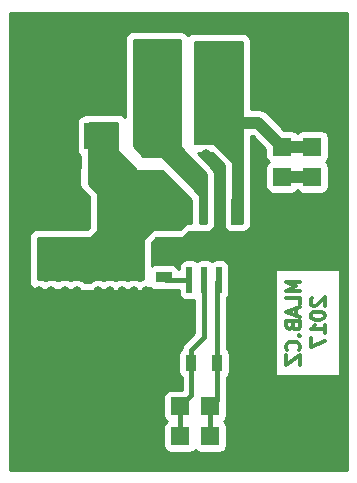
<source format=gbr>
G04 #@! TF.FileFunction,Copper,L2,Bot,Signal*
%FSLAX46Y46*%
G04 Gerber Fmt 4.6, Leading zero omitted, Abs format (unit mm)*
G04 Created by KiCad (PCBNEW (2016-09-17 revision 679eef1)-makepkg) date 01/31/17 07:00:59*
%MOMM*%
%LPD*%
G01*
G04 APERTURE LIST*
%ADD10C,1.300000*%
%ADD11C,0.300000*%
%ADD12C,0.450000*%
%ADD13R,1.397000X0.889000*%
%ADD14R,2.550160X2.499360*%
%ADD15R,2.499360X2.301240*%
%ADD16R,3.810000X3.810000*%
%ADD17R,1.524000X1.524000*%
%ADD18C,6.000000*%
%ADD19C,1.300000*%
%ADD20R,1.300000X1.300000*%
%ADD21R,0.889000X1.397000*%
%ADD22C,0.800000*%
%ADD23C,0.250000*%
%ADD24C,0.400000*%
%ADD25C,1.000000*%
%ADD26C,0.254000*%
G04 APERTURE END LIST*
D10*
D11*
X25527857Y16919142D02*
X24327857Y16919142D01*
X25185000Y16519142D01*
X24327857Y16119142D01*
X25527857Y16119142D01*
X25527857Y14976285D02*
X25527857Y15547714D01*
X24327857Y15547714D01*
X25185000Y14633428D02*
X25185000Y14062000D01*
X25527857Y14747714D02*
X24327857Y14347714D01*
X25527857Y13947714D01*
X24899285Y13147714D02*
X24956428Y12976285D01*
X25013571Y12919142D01*
X25127857Y12862000D01*
X25299285Y12862000D01*
X25413571Y12919142D01*
X25470714Y12976285D01*
X25527857Y13090571D01*
X25527857Y13547714D01*
X24327857Y13547714D01*
X24327857Y13147714D01*
X24385000Y13033428D01*
X24442142Y12976285D01*
X24556428Y12919142D01*
X24670714Y12919142D01*
X24785000Y12976285D01*
X24842142Y13033428D01*
X24899285Y13147714D01*
X24899285Y13547714D01*
X25413571Y12347714D02*
X25470714Y12290571D01*
X25527857Y12347714D01*
X25470714Y12404857D01*
X25413571Y12347714D01*
X25527857Y12347714D01*
X25413571Y11090571D02*
X25470714Y11147714D01*
X25527857Y11319142D01*
X25527857Y11433428D01*
X25470714Y11604857D01*
X25356428Y11719142D01*
X25242142Y11776285D01*
X25013571Y11833428D01*
X24842142Y11833428D01*
X24613571Y11776285D01*
X24499285Y11719142D01*
X24385000Y11604857D01*
X24327857Y11433428D01*
X24327857Y11319142D01*
X24385000Y11147714D01*
X24442142Y11090571D01*
X24327857Y10690571D02*
X24327857Y9890571D01*
X25527857Y10690571D01*
X25527857Y9890571D01*
X26542142Y15519142D02*
X26485000Y15462000D01*
X26427857Y15347714D01*
X26427857Y15062000D01*
X26485000Y14947714D01*
X26542142Y14890571D01*
X26656428Y14833428D01*
X26770714Y14833428D01*
X26942142Y14890571D01*
X27627857Y15576285D01*
X27627857Y14833428D01*
X26427857Y14090571D02*
X26427857Y13976285D01*
X26485000Y13862000D01*
X26542142Y13804857D01*
X26656428Y13747714D01*
X26885000Y13690571D01*
X27170714Y13690571D01*
X27399285Y13747714D01*
X27513571Y13804857D01*
X27570714Y13862000D01*
X27627857Y13976285D01*
X27627857Y14090571D01*
X27570714Y14204857D01*
X27513571Y14262000D01*
X27399285Y14319142D01*
X27170714Y14376285D01*
X26885000Y14376285D01*
X26656428Y14319142D01*
X26542142Y14262000D01*
X26485000Y14204857D01*
X26427857Y14090571D01*
X27627857Y12547714D02*
X27627857Y13233428D01*
X27627857Y12890571D02*
X26427857Y12890571D01*
X26599285Y13004857D01*
X26713571Y13119142D01*
X26770714Y13233428D01*
X26427857Y12147714D02*
X26427857Y11347714D01*
X27627857Y11862000D01*
D12*
X19334000Y20589000D03*
X19334000Y19289000D03*
X16734000Y19289000D03*
X16734000Y20589000D03*
X18034000Y20589000D03*
X18034000Y19289000D03*
D10*
G36*
X19584000Y21139000D02*
X19584000Y18739000D01*
X16484000Y18739000D01*
X16484000Y21139000D01*
X19584000Y21139000D01*
X19584000Y21139000D01*
G37*
G36*
X20164000Y23889000D02*
X20164000Y21739000D01*
X19714000Y21739000D01*
X19714000Y23889000D01*
X20164000Y23889000D01*
X20164000Y23889000D01*
G37*
G36*
X18894000Y23889000D02*
X18894000Y21739000D01*
X18444000Y21739000D01*
X18444000Y23889000D01*
X18894000Y23889000D01*
X18894000Y23889000D01*
G37*
G36*
X17624000Y23889000D02*
X17624000Y21739000D01*
X17174000Y21739000D01*
X17174000Y23889000D01*
X17624000Y23889000D01*
X17624000Y23889000D01*
G37*
G36*
X16354000Y23889000D02*
X16354000Y21739000D01*
X15904000Y21739000D01*
X15904000Y23889000D01*
X16354000Y23889000D01*
X16354000Y23889000D01*
G37*
G36*
X16354000Y18139000D02*
X16354000Y15989000D01*
X15904000Y15989000D01*
X15904000Y18139000D01*
X16354000Y18139000D01*
X16354000Y18139000D01*
G37*
G36*
X17624000Y18139000D02*
X17624000Y15989000D01*
X17174000Y15989000D01*
X17174000Y18139000D01*
X17624000Y18139000D01*
X17624000Y18139000D01*
G37*
G36*
X18894000Y18139000D02*
X18894000Y15989000D01*
X18444000Y15989000D01*
X18444000Y18139000D01*
X18894000Y18139000D01*
X18894000Y18139000D01*
G37*
G36*
X20164000Y18139000D02*
X20164000Y15989000D01*
X19714000Y15989000D01*
X19714000Y18139000D01*
X20164000Y18139000D01*
X20164000Y18139000D01*
G37*
D13*
X13970000Y21780500D03*
X13970000Y19875500D03*
D14*
X5730240Y23749000D03*
X10779760Y23749000D03*
D15*
X4201160Y29210000D03*
X8498840Y29210000D03*
D16*
X5160000Y18796000D03*
X10160000Y18796000D03*
X10160000Y13716000D03*
X5160000Y13716000D03*
D17*
X15367000Y3810000D03*
X15367000Y6350000D03*
X17907000Y6350000D03*
X17907000Y3810000D03*
X12827000Y3810000D03*
X12827000Y6350000D03*
D16*
X13335000Y30353000D03*
X13335000Y35353000D03*
X18415000Y35353000D03*
X18415000Y30353000D03*
D18*
X5080000Y5080000D03*
X25400000Y5080000D03*
X25400000Y35560000D03*
X5080000Y35560000D03*
D13*
X13970000Y15367000D03*
X13970000Y17272000D03*
D19*
X5628000Y25781000D03*
D20*
X8128000Y25781000D03*
D17*
X26543000Y25781000D03*
X24003000Y25781000D03*
X24003000Y28321000D03*
X26543000Y28321000D03*
D21*
X16319500Y10033000D03*
X14414500Y10033000D03*
X20383500Y10033000D03*
X18478500Y10033000D03*
D22*
X22987000Y17272000D03*
X22860000Y18288000D03*
X22606000Y19050000D03*
X22606000Y20193000D03*
X22479000Y21209000D03*
X21971000Y22098000D03*
X21971000Y17018000D03*
X21844000Y18161000D03*
X20954995Y18034005D03*
X21590000Y20066000D03*
X21590004Y19050000D03*
X20574008Y18923000D03*
X20574000Y19811998D03*
X21463000Y21082000D03*
X20574000Y20701000D03*
X20955000Y17018000D03*
X17526000Y27686000D03*
X18161000Y27051000D03*
X18669000Y26289000D03*
X18669000Y25400000D03*
X18669000Y24511000D03*
X2286000Y31242000D03*
X15621000Y20066000D03*
X15621000Y19177000D03*
X14478000Y18796000D03*
X13462000Y18796000D03*
X8128000Y11049000D03*
X9271000Y11049000D03*
X10414000Y11049000D03*
X11557000Y11049000D03*
X12573000Y11811000D03*
X12573000Y12954000D03*
X12573000Y14097000D03*
X12573000Y15113000D03*
X12446000Y16129000D03*
X11430000Y16129000D03*
X10414000Y16129000D03*
X9398000Y16129000D03*
X8382000Y16129000D03*
X7239000Y24003000D03*
X7239000Y22987000D03*
X3429000Y16129000D03*
X4445000Y16129000D03*
X5588000Y16129000D03*
X6604000Y16129000D03*
X7620000Y15367000D03*
X7620000Y14351000D03*
X7620000Y13335000D03*
X7620000Y12319000D03*
X6985000Y10922000D03*
X5715000Y10922000D03*
X4572000Y10922000D03*
X3429000Y10922000D03*
X2540000Y11557000D03*
X2540000Y12573000D03*
X2540000Y13589000D03*
X2540000Y14732000D03*
X2540000Y15875000D03*
X7239000Y21844000D03*
X6096000Y21844000D03*
X4826000Y21844000D03*
X3810000Y21971000D03*
X3556000Y23368000D03*
X3556000Y24384000D03*
X3556000Y25400000D03*
X4191000Y26289000D03*
X5334000Y27305000D03*
X4318000Y27305000D03*
X3175000Y26924000D03*
X2159000Y26924000D03*
X2159000Y27940000D03*
X2159000Y29083000D03*
X2159000Y30099000D03*
X3683000Y31242000D03*
X4953000Y31242000D03*
X6223000Y31242000D03*
X6223000Y30226000D03*
X6223000Y29210000D03*
X6350000Y28194000D03*
X6350000Y27178000D03*
D23*
X22860000Y18288000D02*
X22860000Y17399000D01*
X22860000Y17399000D02*
X22987000Y17272000D01*
X22606000Y20193000D02*
X22606000Y19050000D01*
X21971000Y22098000D02*
X21971000Y21717000D01*
X21971000Y21717000D02*
X22479000Y21209000D01*
D24*
X21590004Y18414996D02*
X21844000Y18161000D01*
X21590004Y19050000D02*
X21590004Y18414996D01*
X20955000Y17018000D02*
X20955000Y18034000D01*
X20955000Y18034000D02*
X20954995Y18034005D01*
X21590004Y20065996D02*
X21590000Y20066000D01*
X21590004Y19050000D02*
X21590004Y20065996D01*
X21590000Y19049996D02*
X21590004Y19050000D01*
X21590000Y18542000D02*
X21590000Y19049996D01*
X21139693Y18923000D02*
X20574008Y18923000D01*
X21209000Y18923000D02*
X21139693Y18923000D01*
X21590000Y18542000D02*
X21209000Y18923000D01*
X20008315Y19811998D02*
X20574000Y19811998D01*
X19856998Y19811998D02*
X20008315Y19811998D01*
X19334000Y19289000D02*
X19856998Y19811998D01*
X20701000Y20574000D02*
X20955000Y20574000D01*
X21444001Y21100999D02*
X21463000Y21082000D01*
X20955000Y20574000D02*
X21063001Y20682001D01*
X20574000Y20701000D02*
X20973999Y21100999D01*
X21063001Y20682001D02*
X21463000Y21082000D01*
X20973999Y21100999D02*
X21444001Y21100999D01*
X21463000Y18415000D02*
X21590000Y18542000D01*
X18161000Y27051000D02*
X17526000Y27686000D01*
X18669000Y25400000D02*
X18669000Y26289000D01*
X18669000Y22814000D02*
X18669000Y24511000D01*
X3683000Y31242000D02*
X2286000Y31242000D01*
X14478000Y18796000D02*
X15240000Y18796000D01*
X15240000Y18796000D02*
X15621000Y19177000D01*
X13970000Y19875500D02*
X13970000Y19304000D01*
X13970000Y19304000D02*
X13462000Y18796000D01*
X10414000Y11049000D02*
X9271000Y11049000D01*
X12573000Y11811000D02*
X12319000Y11811000D01*
X12319000Y11811000D02*
X11557000Y11049000D01*
X12573000Y14097000D02*
X12573000Y12954000D01*
X12446000Y16129000D02*
X12446000Y15240000D01*
X12446000Y15240000D02*
X12573000Y15113000D01*
X10414000Y16129000D02*
X11430000Y16129000D01*
X8382000Y16129000D02*
X9398000Y16129000D01*
X7239000Y22987000D02*
X7239000Y24003000D01*
X4445000Y16129000D02*
X3429000Y16129000D01*
X6604000Y16129000D02*
X5588000Y16129000D01*
X7620000Y14351000D02*
X7620000Y15367000D01*
X7620000Y12319000D02*
X7620000Y13335000D01*
X5715000Y10922000D02*
X6985000Y10922000D01*
X3429000Y10922000D02*
X4572000Y10922000D01*
X2540000Y12573000D02*
X2540000Y11557000D01*
X2540000Y14732000D02*
X2540000Y13589000D01*
X2540000Y14031000D02*
X2540000Y14732000D01*
X2540000Y14732000D02*
X2540000Y15875000D01*
X5160000Y13716000D02*
X2855000Y13716000D01*
X2855000Y13716000D02*
X2540000Y14031000D01*
X4826000Y21844000D02*
X6096000Y21844000D01*
X3556000Y23368000D02*
X3556000Y22225000D01*
X3556000Y22225000D02*
X3810000Y21971000D01*
X3556000Y25400000D02*
X3556000Y24384000D01*
X5334000Y27305000D02*
X5207000Y27305000D01*
X5207000Y27305000D02*
X4191000Y26289000D01*
X3175000Y26924000D02*
X3937000Y26924000D01*
X3937000Y26924000D02*
X4318000Y27305000D01*
X2159000Y27940000D02*
X2159000Y26924000D01*
X2159000Y30099000D02*
X2159000Y29083000D01*
X6223000Y31242000D02*
X4953000Y31242000D01*
X6223000Y29210000D02*
X6223000Y30226000D01*
X6350000Y27178000D02*
X6350000Y28194000D01*
X15367000Y6350000D02*
X15367000Y3810000D01*
X16319500Y10033000D02*
X16319500Y7302500D01*
X16319500Y7302500D02*
X15367000Y6350000D01*
X16319500Y10033000D02*
X16319500Y11131500D01*
X16319500Y11131500D02*
X17399000Y12211000D01*
X17399000Y12211000D02*
X17399000Y15889000D01*
X17399000Y15889000D02*
X17399000Y17064000D01*
X17907000Y6350000D02*
X17907000Y3810000D01*
X18478500Y10033000D02*
X18478500Y16873500D01*
X18478500Y16873500D02*
X18669000Y17064000D01*
X18478500Y10033000D02*
X18478500Y6921500D01*
X18478500Y6921500D02*
X17907000Y6350000D01*
D25*
X24003000Y25781000D02*
X26543000Y25781000D01*
X18415000Y30353000D02*
X21971000Y30353000D01*
X21971000Y30353000D02*
X24003000Y28321000D01*
X24003000Y28321000D02*
X26543000Y28321000D01*
D24*
X16129000Y17064000D02*
X14178000Y17064000D01*
X14178000Y17064000D02*
X13970000Y17272000D01*
D26*
G36*
X20574000Y21844000D02*
X19812000Y21844000D01*
X19812000Y27051000D01*
X19802333Y27099601D01*
X19774803Y27140803D01*
X16637000Y30278606D01*
X16637000Y37211000D01*
X20574000Y37211000D01*
X20574000Y21844000D01*
X20574000Y21844000D01*
G37*
X20574000Y21844000D02*
X19812000Y21844000D01*
X19812000Y27051000D01*
X19802333Y27099601D01*
X19774803Y27140803D01*
X16637000Y30278606D01*
X16637000Y37211000D01*
X20574000Y37211000D01*
X20574000Y21844000D01*
G36*
X15367000Y28321000D02*
X15376667Y28272399D01*
X15401669Y28233799D01*
X17526000Y25984507D01*
X17526000Y21844000D01*
X17018000Y21844000D01*
X17018000Y24257000D01*
X17008333Y24305601D01*
X16980803Y24346803D01*
X13805803Y27521803D01*
X13764601Y27549333D01*
X13716000Y27559000D01*
X12244606Y27559000D01*
X11430000Y28373606D01*
X11430000Y37338000D01*
X15367000Y37338000D01*
X15367000Y28321000D01*
X15367000Y28321000D01*
G37*
X15367000Y28321000D02*
X15376667Y28272399D01*
X15401669Y28233799D01*
X17526000Y25984507D01*
X17526000Y21844000D01*
X17018000Y21844000D01*
X17018000Y24257000D01*
X17008333Y24305601D01*
X16980803Y24346803D01*
X13805803Y27521803D01*
X13764601Y27549333D01*
X13716000Y27559000D01*
X12244606Y27559000D01*
X11430000Y28373606D01*
X11430000Y37338000D01*
X15367000Y37338000D01*
X15367000Y28321000D01*
G36*
X10033000Y27940000D02*
X10042667Y27891399D01*
X10070197Y27850197D01*
X11594197Y26326197D01*
X11635399Y26298667D01*
X11684000Y26289000D01*
X13790394Y26289000D01*
X16256000Y23823394D01*
X16256000Y21844000D01*
X15875000Y21844000D01*
X15826399Y21834333D01*
X15785197Y21806803D01*
X15314394Y21336000D01*
X13081000Y21336000D01*
X13032399Y21326333D01*
X12991197Y21298803D01*
X12229197Y20536803D01*
X12201667Y20495601D01*
X12192000Y20447000D01*
X12192000Y17143921D01*
X11937724Y17038856D01*
X11636777Y17163820D01*
X11225029Y17164179D01*
X10921724Y17038856D01*
X10620777Y17163820D01*
X10209029Y17164179D01*
X9905724Y17038856D01*
X9604777Y17163820D01*
X9193029Y17164179D01*
X8889724Y17038856D01*
X8588777Y17163820D01*
X8177029Y17164179D01*
X7796485Y17006942D01*
X7694419Y16905054D01*
X7281429Y16915379D01*
X7191046Y17005919D01*
X6810777Y17163820D01*
X6399029Y17164179D01*
X6095724Y17038856D01*
X5794777Y17163820D01*
X5383029Y17164179D01*
X5016067Y17012554D01*
X4651777Y17163820D01*
X4240029Y17164179D01*
X3936724Y17038856D01*
X3635777Y17163820D01*
X3302000Y17164111D01*
X3302000Y20574000D01*
X7747000Y20574000D01*
X7795601Y20583667D01*
X7836803Y20611197D01*
X8344803Y21119197D01*
X8372333Y21160399D01*
X8382000Y21209000D01*
X8382000Y24384000D01*
X8372333Y24432601D01*
X8344803Y24473803D01*
X7620000Y25198606D01*
X7620000Y30353000D01*
X10033000Y30353000D01*
X10033000Y27940000D01*
X10033000Y27940000D01*
G37*
X10033000Y27940000D02*
X10042667Y27891399D01*
X10070197Y27850197D01*
X11594197Y26326197D01*
X11635399Y26298667D01*
X11684000Y26289000D01*
X13790394Y26289000D01*
X16256000Y23823394D01*
X16256000Y21844000D01*
X15875000Y21844000D01*
X15826399Y21834333D01*
X15785197Y21806803D01*
X15314394Y21336000D01*
X13081000Y21336000D01*
X13032399Y21326333D01*
X12991197Y21298803D01*
X12229197Y20536803D01*
X12201667Y20495601D01*
X12192000Y20447000D01*
X12192000Y17143921D01*
X11937724Y17038856D01*
X11636777Y17163820D01*
X11225029Y17164179D01*
X10921724Y17038856D01*
X10620777Y17163820D01*
X10209029Y17164179D01*
X9905724Y17038856D01*
X9604777Y17163820D01*
X9193029Y17164179D01*
X8889724Y17038856D01*
X8588777Y17163820D01*
X8177029Y17164179D01*
X7796485Y17006942D01*
X7694419Y16905054D01*
X7281429Y16915379D01*
X7191046Y17005919D01*
X6810777Y17163820D01*
X6399029Y17164179D01*
X6095724Y17038856D01*
X5794777Y17163820D01*
X5383029Y17164179D01*
X5016067Y17012554D01*
X4651777Y17163820D01*
X4240029Y17164179D01*
X3936724Y17038856D01*
X3635777Y17163820D01*
X3302000Y17164111D01*
X3302000Y20574000D01*
X7747000Y20574000D01*
X7795601Y20583667D01*
X7836803Y20611197D01*
X8344803Y21119197D01*
X8372333Y21160399D01*
X8382000Y21209000D01*
X8382000Y24384000D01*
X8372333Y24432601D01*
X8344803Y24473803D01*
X7620000Y25198606D01*
X7620000Y30353000D01*
X10033000Y30353000D01*
X10033000Y27940000D01*
G36*
X29516000Y964000D02*
X964000Y964000D01*
X964000Y20701000D01*
X2540000Y20701000D01*
X2540000Y16891000D01*
X2582447Y16662734D01*
X2714906Y16453349D01*
X2917410Y16310593D01*
X3159130Y16256198D01*
X3196112Y16255273D01*
X3255000Y16243560D01*
X3664650Y16243560D01*
X8239130Y16129198D01*
X8255000Y16129000D01*
X12319000Y16129000D01*
X12562004Y16177336D01*
X12768013Y16314987D01*
X12809128Y16376520D01*
X12813691Y16369691D01*
X13023735Y16229343D01*
X13271500Y16180060D01*
X14668500Y16180060D01*
X14914541Y16229000D01*
X15256560Y16229000D01*
X15256560Y15989000D01*
X15305843Y15741235D01*
X15446191Y15531191D01*
X15656235Y15390843D01*
X15904000Y15341560D01*
X16354000Y15341560D01*
X16564000Y15383331D01*
X16564000Y12556868D01*
X15729066Y11721934D01*
X15548061Y11451041D01*
X15508079Y11250039D01*
X15417191Y11189309D01*
X15276843Y10979265D01*
X15227560Y10731500D01*
X15227560Y9334500D01*
X15276843Y9086735D01*
X15417191Y8876691D01*
X15484500Y8831716D01*
X15484500Y7759440D01*
X14605000Y7759440D01*
X14357235Y7710157D01*
X14147191Y7569809D01*
X14006843Y7359765D01*
X13957560Y7112000D01*
X13957560Y5588000D01*
X14006843Y5340235D01*
X14147191Y5130191D01*
X14222307Y5080000D01*
X14147191Y5029809D01*
X14006843Y4819765D01*
X13957560Y4572000D01*
X13957560Y3048000D01*
X14006843Y2800235D01*
X14147191Y2590191D01*
X14357235Y2449843D01*
X14605000Y2400560D01*
X16129000Y2400560D01*
X16376765Y2449843D01*
X16586809Y2590191D01*
X16637000Y2665307D01*
X16687191Y2590191D01*
X16897235Y2449843D01*
X17145000Y2400560D01*
X18669000Y2400560D01*
X18916765Y2449843D01*
X19126809Y2590191D01*
X19267157Y2800235D01*
X19316440Y3048000D01*
X19316440Y4572000D01*
X19267157Y4819765D01*
X19126809Y5029809D01*
X19051693Y5080000D01*
X19126809Y5130191D01*
X19267157Y5340235D01*
X19316440Y5588000D01*
X19316440Y7112000D01*
X19313500Y7126781D01*
X19313500Y8831716D01*
X19380809Y8876691D01*
X19521157Y9086735D01*
X19570440Y9334500D01*
X19570440Y10731500D01*
X19521157Y10979265D01*
X19380809Y11189309D01*
X19313500Y11234284D01*
X19313500Y15505594D01*
X19351809Y15531191D01*
X19492157Y15741235D01*
X19541440Y15989000D01*
X19541440Y17989857D01*
X23411000Y17989857D01*
X23411000Y8934143D01*
X28881000Y8934143D01*
X28881000Y17989857D01*
X23411000Y17989857D01*
X19541440Y17989857D01*
X19541440Y18139000D01*
X19492157Y18386765D01*
X19351809Y18596809D01*
X19141765Y18737157D01*
X18894000Y18786440D01*
X18444000Y18786440D01*
X18196235Y18737157D01*
X18034000Y18628754D01*
X17871765Y18737157D01*
X17624000Y18786440D01*
X17174000Y18786440D01*
X16926235Y18737157D01*
X16764000Y18628754D01*
X16601765Y18737157D01*
X16354000Y18786440D01*
X15904000Y18786440D01*
X15656235Y18737157D01*
X15446191Y18596809D01*
X15305843Y18386765D01*
X15256560Y18139000D01*
X15256560Y17979376D01*
X15126309Y18174309D01*
X14916265Y18314657D01*
X14668500Y18363940D01*
X13271500Y18363940D01*
X13023735Y18314657D01*
X12954000Y18268061D01*
X12954000Y20183974D01*
X13344026Y20574000D01*
X15367000Y20574000D01*
X15610004Y20622336D01*
X15816013Y20759987D01*
X16138026Y21082000D01*
X16383000Y21082000D01*
X16626004Y21130336D01*
X16637000Y21137683D01*
X16647996Y21130336D01*
X16891000Y21082000D01*
X17653000Y21082000D01*
X17896004Y21130336D01*
X18102013Y21267987D01*
X18239664Y21473996D01*
X18288000Y21717000D01*
X18288000Y26035000D01*
X18246364Y26261150D01*
X18114653Y26471006D01*
X16858963Y27800560D01*
X18037414Y27800560D01*
X19050000Y26787974D01*
X19050000Y21717000D01*
X19098336Y21473996D01*
X19235987Y21267987D01*
X19441996Y21130336D01*
X19685000Y21082000D01*
X20701000Y21082000D01*
X20944004Y21130336D01*
X21150013Y21267987D01*
X21287664Y21473996D01*
X21336000Y21717000D01*
X21336000Y29218000D01*
X21500868Y29218000D01*
X22593560Y28125308D01*
X22593560Y27559000D01*
X22642843Y27311235D01*
X22783191Y27101191D01*
X22858307Y27051000D01*
X22783191Y27000809D01*
X22642843Y26790765D01*
X22593560Y26543000D01*
X22593560Y25019000D01*
X22642843Y24771235D01*
X22783191Y24561191D01*
X22993235Y24420843D01*
X23241000Y24371560D01*
X24765000Y24371560D01*
X25012765Y24420843D01*
X25222809Y24561191D01*
X25273000Y24636307D01*
X25323191Y24561191D01*
X25533235Y24420843D01*
X25781000Y24371560D01*
X27305000Y24371560D01*
X27552765Y24420843D01*
X27762809Y24561191D01*
X27903157Y24771235D01*
X27952440Y25019000D01*
X27952440Y26543000D01*
X27903157Y26790765D01*
X27762809Y27000809D01*
X27687693Y27051000D01*
X27762809Y27101191D01*
X27903157Y27311235D01*
X27952440Y27559000D01*
X27952440Y29083000D01*
X27903157Y29330765D01*
X27762809Y29540809D01*
X27552765Y29681157D01*
X27305000Y29730440D01*
X25781000Y29730440D01*
X25533235Y29681157D01*
X25323191Y29540809D01*
X25273000Y29465693D01*
X25222809Y29540809D01*
X25012765Y29681157D01*
X24765000Y29730440D01*
X24198692Y29730440D01*
X22773566Y31155566D01*
X22405346Y31401603D01*
X21971000Y31488000D01*
X21336000Y31488000D01*
X21336000Y37338000D01*
X21287664Y37581004D01*
X21150013Y37787013D01*
X20944004Y37924664D01*
X20701000Y37973000D01*
X16510000Y37973000D01*
X16266996Y37924664D01*
X16060987Y37787013D01*
X16044429Y37762233D01*
X15943013Y37914013D01*
X15737004Y38051664D01*
X15494000Y38100000D01*
X11303000Y38100000D01*
X11059996Y38051664D01*
X10853987Y37914013D01*
X10716336Y37708004D01*
X10668000Y37465000D01*
X10668000Y30840733D01*
X10609013Y30929013D01*
X10403004Y31066664D01*
X10160000Y31115000D01*
X7493000Y31115000D01*
X7249996Y31066664D01*
X7125467Y30983456D01*
X7001395Y30958777D01*
X6791351Y30818429D01*
X6651003Y30608385D01*
X6601720Y30360620D01*
X6601720Y28059380D01*
X6651003Y27811615D01*
X6791351Y27601571D01*
X6858000Y27557037D01*
X6858000Y26568952D01*
X6830560Y26431000D01*
X6830560Y25131000D01*
X6879843Y24883235D01*
X7020191Y24673191D01*
X7163620Y24577354D01*
X7620000Y24120974D01*
X7620000Y21472026D01*
X7483974Y21336000D01*
X7127541Y21336000D01*
X7065000Y21348440D01*
X3255000Y21348440D01*
X3192459Y21336000D01*
X3175000Y21336000D01*
X2931996Y21287664D01*
X2725987Y21150013D01*
X2588336Y20944004D01*
X2540000Y20701000D01*
X964000Y20701000D01*
X964000Y39676000D01*
X29516000Y39676000D01*
X29516000Y964000D01*
X29516000Y964000D01*
G37*
X29516000Y964000D02*
X964000Y964000D01*
X964000Y20701000D01*
X2540000Y20701000D01*
X2540000Y16891000D01*
X2582447Y16662734D01*
X2714906Y16453349D01*
X2917410Y16310593D01*
X3159130Y16256198D01*
X3196112Y16255273D01*
X3255000Y16243560D01*
X3664650Y16243560D01*
X8239130Y16129198D01*
X8255000Y16129000D01*
X12319000Y16129000D01*
X12562004Y16177336D01*
X12768013Y16314987D01*
X12809128Y16376520D01*
X12813691Y16369691D01*
X13023735Y16229343D01*
X13271500Y16180060D01*
X14668500Y16180060D01*
X14914541Y16229000D01*
X15256560Y16229000D01*
X15256560Y15989000D01*
X15305843Y15741235D01*
X15446191Y15531191D01*
X15656235Y15390843D01*
X15904000Y15341560D01*
X16354000Y15341560D01*
X16564000Y15383331D01*
X16564000Y12556868D01*
X15729066Y11721934D01*
X15548061Y11451041D01*
X15508079Y11250039D01*
X15417191Y11189309D01*
X15276843Y10979265D01*
X15227560Y10731500D01*
X15227560Y9334500D01*
X15276843Y9086735D01*
X15417191Y8876691D01*
X15484500Y8831716D01*
X15484500Y7759440D01*
X14605000Y7759440D01*
X14357235Y7710157D01*
X14147191Y7569809D01*
X14006843Y7359765D01*
X13957560Y7112000D01*
X13957560Y5588000D01*
X14006843Y5340235D01*
X14147191Y5130191D01*
X14222307Y5080000D01*
X14147191Y5029809D01*
X14006843Y4819765D01*
X13957560Y4572000D01*
X13957560Y3048000D01*
X14006843Y2800235D01*
X14147191Y2590191D01*
X14357235Y2449843D01*
X14605000Y2400560D01*
X16129000Y2400560D01*
X16376765Y2449843D01*
X16586809Y2590191D01*
X16637000Y2665307D01*
X16687191Y2590191D01*
X16897235Y2449843D01*
X17145000Y2400560D01*
X18669000Y2400560D01*
X18916765Y2449843D01*
X19126809Y2590191D01*
X19267157Y2800235D01*
X19316440Y3048000D01*
X19316440Y4572000D01*
X19267157Y4819765D01*
X19126809Y5029809D01*
X19051693Y5080000D01*
X19126809Y5130191D01*
X19267157Y5340235D01*
X19316440Y5588000D01*
X19316440Y7112000D01*
X19313500Y7126781D01*
X19313500Y8831716D01*
X19380809Y8876691D01*
X19521157Y9086735D01*
X19570440Y9334500D01*
X19570440Y10731500D01*
X19521157Y10979265D01*
X19380809Y11189309D01*
X19313500Y11234284D01*
X19313500Y15505594D01*
X19351809Y15531191D01*
X19492157Y15741235D01*
X19541440Y15989000D01*
X19541440Y17989857D01*
X23411000Y17989857D01*
X23411000Y8934143D01*
X28881000Y8934143D01*
X28881000Y17989857D01*
X23411000Y17989857D01*
X19541440Y17989857D01*
X19541440Y18139000D01*
X19492157Y18386765D01*
X19351809Y18596809D01*
X19141765Y18737157D01*
X18894000Y18786440D01*
X18444000Y18786440D01*
X18196235Y18737157D01*
X18034000Y18628754D01*
X17871765Y18737157D01*
X17624000Y18786440D01*
X17174000Y18786440D01*
X16926235Y18737157D01*
X16764000Y18628754D01*
X16601765Y18737157D01*
X16354000Y18786440D01*
X15904000Y18786440D01*
X15656235Y18737157D01*
X15446191Y18596809D01*
X15305843Y18386765D01*
X15256560Y18139000D01*
X15256560Y17979376D01*
X15126309Y18174309D01*
X14916265Y18314657D01*
X14668500Y18363940D01*
X13271500Y18363940D01*
X13023735Y18314657D01*
X12954000Y18268061D01*
X12954000Y20183974D01*
X13344026Y20574000D01*
X15367000Y20574000D01*
X15610004Y20622336D01*
X15816013Y20759987D01*
X16138026Y21082000D01*
X16383000Y21082000D01*
X16626004Y21130336D01*
X16637000Y21137683D01*
X16647996Y21130336D01*
X16891000Y21082000D01*
X17653000Y21082000D01*
X17896004Y21130336D01*
X18102013Y21267987D01*
X18239664Y21473996D01*
X18288000Y21717000D01*
X18288000Y26035000D01*
X18246364Y26261150D01*
X18114653Y26471006D01*
X16858963Y27800560D01*
X18037414Y27800560D01*
X19050000Y26787974D01*
X19050000Y21717000D01*
X19098336Y21473996D01*
X19235987Y21267987D01*
X19441996Y21130336D01*
X19685000Y21082000D01*
X20701000Y21082000D01*
X20944004Y21130336D01*
X21150013Y21267987D01*
X21287664Y21473996D01*
X21336000Y21717000D01*
X21336000Y29218000D01*
X21500868Y29218000D01*
X22593560Y28125308D01*
X22593560Y27559000D01*
X22642843Y27311235D01*
X22783191Y27101191D01*
X22858307Y27051000D01*
X22783191Y27000809D01*
X22642843Y26790765D01*
X22593560Y26543000D01*
X22593560Y25019000D01*
X22642843Y24771235D01*
X22783191Y24561191D01*
X22993235Y24420843D01*
X23241000Y24371560D01*
X24765000Y24371560D01*
X25012765Y24420843D01*
X25222809Y24561191D01*
X25273000Y24636307D01*
X25323191Y24561191D01*
X25533235Y24420843D01*
X25781000Y24371560D01*
X27305000Y24371560D01*
X27552765Y24420843D01*
X27762809Y24561191D01*
X27903157Y24771235D01*
X27952440Y25019000D01*
X27952440Y26543000D01*
X27903157Y26790765D01*
X27762809Y27000809D01*
X27687693Y27051000D01*
X27762809Y27101191D01*
X27903157Y27311235D01*
X27952440Y27559000D01*
X27952440Y29083000D01*
X27903157Y29330765D01*
X27762809Y29540809D01*
X27552765Y29681157D01*
X27305000Y29730440D01*
X25781000Y29730440D01*
X25533235Y29681157D01*
X25323191Y29540809D01*
X25273000Y29465693D01*
X25222809Y29540809D01*
X25012765Y29681157D01*
X24765000Y29730440D01*
X24198692Y29730440D01*
X22773566Y31155566D01*
X22405346Y31401603D01*
X21971000Y31488000D01*
X21336000Y31488000D01*
X21336000Y37338000D01*
X21287664Y37581004D01*
X21150013Y37787013D01*
X20944004Y37924664D01*
X20701000Y37973000D01*
X16510000Y37973000D01*
X16266996Y37924664D01*
X16060987Y37787013D01*
X16044429Y37762233D01*
X15943013Y37914013D01*
X15737004Y38051664D01*
X15494000Y38100000D01*
X11303000Y38100000D01*
X11059996Y38051664D01*
X10853987Y37914013D01*
X10716336Y37708004D01*
X10668000Y37465000D01*
X10668000Y30840733D01*
X10609013Y30929013D01*
X10403004Y31066664D01*
X10160000Y31115000D01*
X7493000Y31115000D01*
X7249996Y31066664D01*
X7125467Y30983456D01*
X7001395Y30958777D01*
X6791351Y30818429D01*
X6651003Y30608385D01*
X6601720Y30360620D01*
X6601720Y28059380D01*
X6651003Y27811615D01*
X6791351Y27601571D01*
X6858000Y27557037D01*
X6858000Y26568952D01*
X6830560Y26431000D01*
X6830560Y25131000D01*
X6879843Y24883235D01*
X7020191Y24673191D01*
X7163620Y24577354D01*
X7620000Y24120974D01*
X7620000Y21472026D01*
X7483974Y21336000D01*
X7127541Y21336000D01*
X7065000Y21348440D01*
X3255000Y21348440D01*
X3192459Y21336000D01*
X3175000Y21336000D01*
X2931996Y21287664D01*
X2725987Y21150013D01*
X2588336Y20944004D01*
X2540000Y20701000D01*
X964000Y20701000D01*
X964000Y39676000D01*
X29516000Y39676000D01*
X29516000Y964000D01*
M02*

</source>
